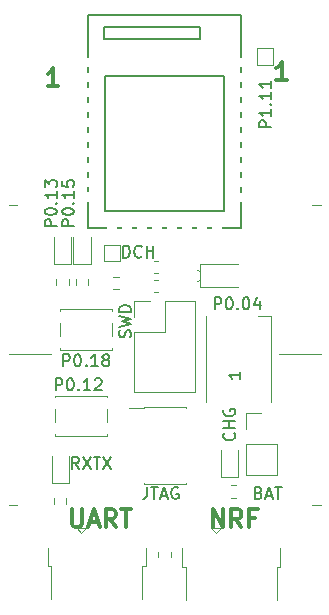
<source format=gto>
%TF.GenerationSoftware,KiCad,Pcbnew,5.1.10-88a1d61d58~88~ubuntu18.04.1*%
%TF.CreationDate,2021-05-30T13:33:07+03:00*%
%TF.ProjectId,ebyte-E73-2G4M08S1x-board,65627974-652d-4453-9733-2d3247344d30,rev?*%
%TF.SameCoordinates,Original*%
%TF.FileFunction,Legend,Top*%
%TF.FilePolarity,Positive*%
%FSLAX46Y46*%
G04 Gerber Fmt 4.6, Leading zero omitted, Abs format (unit mm)*
G04 Created by KiCad (PCBNEW 5.1.10-88a1d61d58~88~ubuntu18.04.1) date 2021-05-30 13:33:07*
%MOMM*%
%LPD*%
G01*
G04 APERTURE LIST*
%ADD10C,0.120000*%
%ADD11C,0.300000*%
%ADD12C,0.200000*%
%ADD13C,0.150000*%
%ADD14R,1.000000X1.500000*%
%ADD15R,2.400000X1.500000*%
%ADD16R,1.100000X0.600000*%
%ADD17R,1.050000X0.650000*%
%ADD18R,1.430000X2.500000*%
%ADD19O,1.350000X1.700000*%
%ADD20O,1.100000X1.500000*%
%ADD21R,0.400000X1.650000*%
%ADD22R,2.000000X1.500000*%
%ADD23R,1.825000X0.700000*%
%ADD24R,1.350000X2.000000*%
%ADD25O,1.700000X1.700000*%
%ADD26R,1.700000X1.700000*%
%ADD27R,1.000000X1.000000*%
%ADD28R,2.400000X0.740000*%
G04 APERTURE END LIST*
D10*
X162433000Y-110299500D02*
X161734500Y-110299500D01*
X162433000Y-97536000D02*
X158877000Y-97536000D01*
X161734500Y-84899500D02*
X162433000Y-84899500D01*
X136017000Y-110299500D02*
X136715500Y-110299500D01*
X136017000Y-97536000D02*
X139573000Y-97536000D01*
X136017000Y-84899500D02*
X136715500Y-84899500D01*
D11*
X159559571Y-74338571D02*
X158702428Y-74338571D01*
X159131000Y-74338571D02*
X159131000Y-72838571D01*
X158988142Y-73052857D01*
X158845285Y-73195714D01*
X158702428Y-73267142D01*
X140192071Y-74846571D02*
X139334928Y-74846571D01*
X139763500Y-74846571D02*
X139763500Y-73346571D01*
X139620642Y-73560857D01*
X139477785Y-73703714D01*
X139334928Y-73775142D01*
X153309071Y-112184571D02*
X153309071Y-110684571D01*
X154166214Y-112184571D01*
X154166214Y-110684571D01*
X155737642Y-112184571D02*
X155237642Y-111470285D01*
X154880500Y-112184571D02*
X154880500Y-110684571D01*
X155451928Y-110684571D01*
X155594785Y-110756000D01*
X155666214Y-110827428D01*
X155737642Y-110970285D01*
X155737642Y-111184571D01*
X155666214Y-111327428D01*
X155594785Y-111398857D01*
X155451928Y-111470285D01*
X154880500Y-111470285D01*
X156880500Y-111398857D02*
X156380500Y-111398857D01*
X156380500Y-112184571D02*
X156380500Y-110684571D01*
X157094785Y-110684571D01*
X141371142Y-110684571D02*
X141371142Y-111898857D01*
X141442571Y-112041714D01*
X141514000Y-112113142D01*
X141656857Y-112184571D01*
X141942571Y-112184571D01*
X142085428Y-112113142D01*
X142156857Y-112041714D01*
X142228285Y-111898857D01*
X142228285Y-110684571D01*
X142871142Y-111756000D02*
X143585428Y-111756000D01*
X142728285Y-112184571D02*
X143228285Y-110684571D01*
X143728285Y-112184571D01*
X145085428Y-112184571D02*
X144585428Y-111470285D01*
X144228285Y-112184571D02*
X144228285Y-110684571D01*
X144799714Y-110684571D01*
X144942571Y-110756000D01*
X145014000Y-110827428D01*
X145085428Y-110970285D01*
X145085428Y-111184571D01*
X145014000Y-111327428D01*
X144942571Y-111398857D01*
X144799714Y-111470285D01*
X144228285Y-111470285D01*
X145514000Y-110684571D02*
X146371142Y-110684571D01*
X145942571Y-112184571D02*
X145942571Y-110684571D01*
D12*
X157186404Y-109275571D02*
X157329261Y-109323190D01*
X157376880Y-109370809D01*
X157424500Y-109466047D01*
X157424500Y-109608904D01*
X157376880Y-109704142D01*
X157329261Y-109751761D01*
X157234023Y-109799380D01*
X156853071Y-109799380D01*
X156853071Y-108799380D01*
X157186404Y-108799380D01*
X157281642Y-108847000D01*
X157329261Y-108894619D01*
X157376880Y-108989857D01*
X157376880Y-109085095D01*
X157329261Y-109180333D01*
X157281642Y-109227952D01*
X157186404Y-109275571D01*
X156853071Y-109275571D01*
X157805452Y-109513666D02*
X158281642Y-109513666D01*
X157710214Y-109799380D02*
X158043547Y-108799380D01*
X158376880Y-109799380D01*
X158567357Y-108799380D02*
X159138785Y-108799380D01*
X158853071Y-109799380D02*
X158853071Y-108799380D01*
X155106642Y-104219285D02*
X155154261Y-104266904D01*
X155201880Y-104409761D01*
X155201880Y-104505000D01*
X155154261Y-104647857D01*
X155059023Y-104743095D01*
X154963785Y-104790714D01*
X154773309Y-104838333D01*
X154630452Y-104838333D01*
X154439976Y-104790714D01*
X154344738Y-104743095D01*
X154249500Y-104647857D01*
X154201880Y-104505000D01*
X154201880Y-104409761D01*
X154249500Y-104266904D01*
X154297119Y-104219285D01*
X155201880Y-103790714D02*
X154201880Y-103790714D01*
X154678071Y-103790714D02*
X154678071Y-103219285D01*
X155201880Y-103219285D02*
X154201880Y-103219285D01*
X154249500Y-102219285D02*
X154201880Y-102314523D01*
X154201880Y-102457380D01*
X154249500Y-102600238D01*
X154344738Y-102695476D01*
X154439976Y-102743095D01*
X154630452Y-102790714D01*
X154773309Y-102790714D01*
X154963785Y-102743095D01*
X155059023Y-102695476D01*
X155154261Y-102600238D01*
X155201880Y-102457380D01*
X155201880Y-102362142D01*
X155154261Y-102219285D01*
X155106642Y-102171666D01*
X154773309Y-102171666D01*
X154773309Y-102362142D01*
X147740833Y-108799380D02*
X147740833Y-109513666D01*
X147693214Y-109656523D01*
X147597976Y-109751761D01*
X147455119Y-109799380D01*
X147359880Y-109799380D01*
X148074166Y-108799380D02*
X148645595Y-108799380D01*
X148359880Y-109799380D02*
X148359880Y-108799380D01*
X148931309Y-109513666D02*
X149407500Y-109513666D01*
X148836071Y-109799380D02*
X149169404Y-108799380D01*
X149502738Y-109799380D01*
X150359880Y-108847000D02*
X150264642Y-108799380D01*
X150121785Y-108799380D01*
X149978928Y-108847000D01*
X149883690Y-108942238D01*
X149836071Y-109037476D01*
X149788452Y-109227952D01*
X149788452Y-109370809D01*
X149836071Y-109561285D01*
X149883690Y-109656523D01*
X149978928Y-109751761D01*
X150121785Y-109799380D01*
X150217023Y-109799380D01*
X150359880Y-109751761D01*
X150407500Y-109704142D01*
X150407500Y-109370809D01*
X150217023Y-109370809D01*
X146327761Y-96099142D02*
X146375380Y-95956285D01*
X146375380Y-95718190D01*
X146327761Y-95622952D01*
X146280142Y-95575333D01*
X146184904Y-95527714D01*
X146089666Y-95527714D01*
X145994428Y-95575333D01*
X145946809Y-95622952D01*
X145899190Y-95718190D01*
X145851571Y-95908666D01*
X145803952Y-96003904D01*
X145756333Y-96051523D01*
X145661095Y-96099142D01*
X145565857Y-96099142D01*
X145470619Y-96051523D01*
X145423000Y-96003904D01*
X145375380Y-95908666D01*
X145375380Y-95670571D01*
X145423000Y-95527714D01*
X145375380Y-95194380D02*
X146375380Y-94956285D01*
X145661095Y-94765809D01*
X146375380Y-94575333D01*
X145375380Y-94337238D01*
X146375380Y-93956285D02*
X145375380Y-93956285D01*
X145375380Y-93718190D01*
X145423000Y-93575333D01*
X145518238Y-93480095D01*
X145613476Y-93432476D01*
X145803952Y-93384857D01*
X145946809Y-93384857D01*
X146137285Y-93432476D01*
X146232523Y-93480095D01*
X146327761Y-93575333D01*
X146375380Y-93718190D01*
X146375380Y-93956285D01*
X141978190Y-107259380D02*
X141644857Y-106783190D01*
X141406761Y-107259380D02*
X141406761Y-106259380D01*
X141787714Y-106259380D01*
X141882952Y-106307000D01*
X141930571Y-106354619D01*
X141978190Y-106449857D01*
X141978190Y-106592714D01*
X141930571Y-106687952D01*
X141882952Y-106735571D01*
X141787714Y-106783190D01*
X141406761Y-106783190D01*
X142311523Y-106259380D02*
X142978190Y-107259380D01*
X142978190Y-106259380D02*
X142311523Y-107259380D01*
X143216285Y-106259380D02*
X143787714Y-106259380D01*
X143502000Y-107259380D02*
X143502000Y-106259380D01*
X144025809Y-106259380D02*
X144692476Y-107259380D01*
X144692476Y-106259380D02*
X144025809Y-107259380D01*
X153455928Y-93733880D02*
X153455928Y-92733880D01*
X153836880Y-92733880D01*
X153932119Y-92781500D01*
X153979738Y-92829119D01*
X154027357Y-92924357D01*
X154027357Y-93067214D01*
X153979738Y-93162452D01*
X153932119Y-93210071D01*
X153836880Y-93257690D01*
X153455928Y-93257690D01*
X154646404Y-92733880D02*
X154741642Y-92733880D01*
X154836880Y-92781500D01*
X154884500Y-92829119D01*
X154932119Y-92924357D01*
X154979738Y-93114833D01*
X154979738Y-93352928D01*
X154932119Y-93543404D01*
X154884500Y-93638642D01*
X154836880Y-93686261D01*
X154741642Y-93733880D01*
X154646404Y-93733880D01*
X154551166Y-93686261D01*
X154503547Y-93638642D01*
X154455928Y-93543404D01*
X154408309Y-93352928D01*
X154408309Y-93114833D01*
X154455928Y-92924357D01*
X154503547Y-92829119D01*
X154551166Y-92781500D01*
X154646404Y-92733880D01*
X155408309Y-93638642D02*
X155455928Y-93686261D01*
X155408309Y-93733880D01*
X155360690Y-93686261D01*
X155408309Y-93638642D01*
X155408309Y-93733880D01*
X156074976Y-92733880D02*
X156170214Y-92733880D01*
X156265452Y-92781500D01*
X156313071Y-92829119D01*
X156360690Y-92924357D01*
X156408309Y-93114833D01*
X156408309Y-93352928D01*
X156360690Y-93543404D01*
X156313071Y-93638642D01*
X156265452Y-93686261D01*
X156170214Y-93733880D01*
X156074976Y-93733880D01*
X155979738Y-93686261D01*
X155932119Y-93638642D01*
X155884500Y-93543404D01*
X155836880Y-93352928D01*
X155836880Y-93114833D01*
X155884500Y-92924357D01*
X155932119Y-92829119D01*
X155979738Y-92781500D01*
X156074976Y-92733880D01*
X157265452Y-93067214D02*
X157265452Y-93733880D01*
X157027357Y-92686261D02*
X156789261Y-93400547D01*
X157408309Y-93400547D01*
X141549380Y-86701071D02*
X140549380Y-86701071D01*
X140549380Y-86320119D01*
X140597000Y-86224880D01*
X140644619Y-86177261D01*
X140739857Y-86129642D01*
X140882714Y-86129642D01*
X140977952Y-86177261D01*
X141025571Y-86224880D01*
X141073190Y-86320119D01*
X141073190Y-86701071D01*
X140549380Y-85510595D02*
X140549380Y-85415357D01*
X140597000Y-85320119D01*
X140644619Y-85272500D01*
X140739857Y-85224880D01*
X140930333Y-85177261D01*
X141168428Y-85177261D01*
X141358904Y-85224880D01*
X141454142Y-85272500D01*
X141501761Y-85320119D01*
X141549380Y-85415357D01*
X141549380Y-85510595D01*
X141501761Y-85605833D01*
X141454142Y-85653452D01*
X141358904Y-85701071D01*
X141168428Y-85748690D01*
X140930333Y-85748690D01*
X140739857Y-85701071D01*
X140644619Y-85653452D01*
X140597000Y-85605833D01*
X140549380Y-85510595D01*
X141454142Y-84748690D02*
X141501761Y-84701071D01*
X141549380Y-84748690D01*
X141501761Y-84796309D01*
X141454142Y-84748690D01*
X141549380Y-84748690D01*
X141549380Y-83748690D02*
X141549380Y-84320119D01*
X141549380Y-84034404D02*
X140549380Y-84034404D01*
X140692238Y-84129642D01*
X140787476Y-84224880D01*
X140835095Y-84320119D01*
X140549380Y-82843928D02*
X140549380Y-83320119D01*
X141025571Y-83367738D01*
X140977952Y-83320119D01*
X140930333Y-83224880D01*
X140930333Y-82986785D01*
X140977952Y-82891547D01*
X141025571Y-82843928D01*
X141120809Y-82796309D01*
X141358904Y-82796309D01*
X141454142Y-82843928D01*
X141501761Y-82891547D01*
X141549380Y-82986785D01*
X141549380Y-83224880D01*
X141501761Y-83320119D01*
X141454142Y-83367738D01*
X140088880Y-86701071D02*
X139088880Y-86701071D01*
X139088880Y-86320119D01*
X139136500Y-86224880D01*
X139184119Y-86177261D01*
X139279357Y-86129642D01*
X139422214Y-86129642D01*
X139517452Y-86177261D01*
X139565071Y-86224880D01*
X139612690Y-86320119D01*
X139612690Y-86701071D01*
X139088880Y-85510595D02*
X139088880Y-85415357D01*
X139136500Y-85320119D01*
X139184119Y-85272500D01*
X139279357Y-85224880D01*
X139469833Y-85177261D01*
X139707928Y-85177261D01*
X139898404Y-85224880D01*
X139993642Y-85272500D01*
X140041261Y-85320119D01*
X140088880Y-85415357D01*
X140088880Y-85510595D01*
X140041261Y-85605833D01*
X139993642Y-85653452D01*
X139898404Y-85701071D01*
X139707928Y-85748690D01*
X139469833Y-85748690D01*
X139279357Y-85701071D01*
X139184119Y-85653452D01*
X139136500Y-85605833D01*
X139088880Y-85510595D01*
X139993642Y-84748690D02*
X140041261Y-84701071D01*
X140088880Y-84748690D01*
X140041261Y-84796309D01*
X139993642Y-84748690D01*
X140088880Y-84748690D01*
X140088880Y-83748690D02*
X140088880Y-84320119D01*
X140088880Y-84034404D02*
X139088880Y-84034404D01*
X139231738Y-84129642D01*
X139326976Y-84224880D01*
X139374595Y-84320119D01*
X139088880Y-83415357D02*
X139088880Y-82796309D01*
X139469833Y-83129642D01*
X139469833Y-82986785D01*
X139517452Y-82891547D01*
X139565071Y-82843928D01*
X139660309Y-82796309D01*
X139898404Y-82796309D01*
X139993642Y-82843928D01*
X140041261Y-82891547D01*
X140088880Y-82986785D01*
X140088880Y-83272500D01*
X140041261Y-83367738D01*
X139993642Y-83415357D01*
X139993928Y-100591880D02*
X139993928Y-99591880D01*
X140374880Y-99591880D01*
X140470119Y-99639500D01*
X140517738Y-99687119D01*
X140565357Y-99782357D01*
X140565357Y-99925214D01*
X140517738Y-100020452D01*
X140470119Y-100068071D01*
X140374880Y-100115690D01*
X139993928Y-100115690D01*
X141184404Y-99591880D02*
X141279642Y-99591880D01*
X141374880Y-99639500D01*
X141422500Y-99687119D01*
X141470119Y-99782357D01*
X141517738Y-99972833D01*
X141517738Y-100210928D01*
X141470119Y-100401404D01*
X141422500Y-100496642D01*
X141374880Y-100544261D01*
X141279642Y-100591880D01*
X141184404Y-100591880D01*
X141089166Y-100544261D01*
X141041547Y-100496642D01*
X140993928Y-100401404D01*
X140946309Y-100210928D01*
X140946309Y-99972833D01*
X140993928Y-99782357D01*
X141041547Y-99687119D01*
X141089166Y-99639500D01*
X141184404Y-99591880D01*
X141946309Y-100496642D02*
X141993928Y-100544261D01*
X141946309Y-100591880D01*
X141898690Y-100544261D01*
X141946309Y-100496642D01*
X141946309Y-100591880D01*
X142946309Y-100591880D02*
X142374880Y-100591880D01*
X142660595Y-100591880D02*
X142660595Y-99591880D01*
X142565357Y-99734738D01*
X142470119Y-99829976D01*
X142374880Y-99877595D01*
X143327261Y-99687119D02*
X143374880Y-99639500D01*
X143470119Y-99591880D01*
X143708214Y-99591880D01*
X143803452Y-99639500D01*
X143851071Y-99687119D01*
X143898690Y-99782357D01*
X143898690Y-99877595D01*
X143851071Y-100020452D01*
X143279642Y-100591880D01*
X143898690Y-100591880D01*
X140628928Y-98559880D02*
X140628928Y-97559880D01*
X141009880Y-97559880D01*
X141105119Y-97607500D01*
X141152738Y-97655119D01*
X141200357Y-97750357D01*
X141200357Y-97893214D01*
X141152738Y-97988452D01*
X141105119Y-98036071D01*
X141009880Y-98083690D01*
X140628928Y-98083690D01*
X141819404Y-97559880D02*
X141914642Y-97559880D01*
X142009880Y-97607500D01*
X142057500Y-97655119D01*
X142105119Y-97750357D01*
X142152738Y-97940833D01*
X142152738Y-98178928D01*
X142105119Y-98369404D01*
X142057500Y-98464642D01*
X142009880Y-98512261D01*
X141914642Y-98559880D01*
X141819404Y-98559880D01*
X141724166Y-98512261D01*
X141676547Y-98464642D01*
X141628928Y-98369404D01*
X141581309Y-98178928D01*
X141581309Y-97940833D01*
X141628928Y-97750357D01*
X141676547Y-97655119D01*
X141724166Y-97607500D01*
X141819404Y-97559880D01*
X142581309Y-98464642D02*
X142628928Y-98512261D01*
X142581309Y-98559880D01*
X142533690Y-98512261D01*
X142581309Y-98464642D01*
X142581309Y-98559880D01*
X143581309Y-98559880D02*
X143009880Y-98559880D01*
X143295595Y-98559880D02*
X143295595Y-97559880D01*
X143200357Y-97702738D01*
X143105119Y-97797976D01*
X143009880Y-97845595D01*
X144152738Y-97988452D02*
X144057500Y-97940833D01*
X144009880Y-97893214D01*
X143962261Y-97797976D01*
X143962261Y-97750357D01*
X144009880Y-97655119D01*
X144057500Y-97607500D01*
X144152738Y-97559880D01*
X144343214Y-97559880D01*
X144438452Y-97607500D01*
X144486071Y-97655119D01*
X144533690Y-97750357D01*
X144533690Y-97797976D01*
X144486071Y-97893214D01*
X144438452Y-97940833D01*
X144343214Y-97988452D01*
X144152738Y-97988452D01*
X144057500Y-98036071D01*
X144009880Y-98083690D01*
X143962261Y-98178928D01*
X143962261Y-98369404D01*
X144009880Y-98464642D01*
X144057500Y-98512261D01*
X144152738Y-98559880D01*
X144343214Y-98559880D01*
X144438452Y-98512261D01*
X144486071Y-98464642D01*
X144533690Y-98369404D01*
X144533690Y-98178928D01*
X144486071Y-98083690D01*
X144438452Y-98036071D01*
X144343214Y-97988452D01*
X145716785Y-89352380D02*
X145716785Y-88352380D01*
X145954880Y-88352380D01*
X146097738Y-88400000D01*
X146192976Y-88495238D01*
X146240595Y-88590476D01*
X146288214Y-88780952D01*
X146288214Y-88923809D01*
X146240595Y-89114285D01*
X146192976Y-89209523D01*
X146097738Y-89304761D01*
X145954880Y-89352380D01*
X145716785Y-89352380D01*
X147288214Y-89257142D02*
X147240595Y-89304761D01*
X147097738Y-89352380D01*
X147002500Y-89352380D01*
X146859642Y-89304761D01*
X146764404Y-89209523D01*
X146716785Y-89114285D01*
X146669166Y-88923809D01*
X146669166Y-88780952D01*
X146716785Y-88590476D01*
X146764404Y-88495238D01*
X146859642Y-88400000D01*
X147002500Y-88352380D01*
X147097738Y-88352380D01*
X147240595Y-88400000D01*
X147288214Y-88447619D01*
X147716785Y-89352380D02*
X147716785Y-88352380D01*
X147716785Y-88828571D02*
X148288214Y-88828571D01*
X148288214Y-89352380D02*
X148288214Y-88352380D01*
X158249880Y-78319071D02*
X157249880Y-78319071D01*
X157249880Y-77938119D01*
X157297500Y-77842880D01*
X157345119Y-77795261D01*
X157440357Y-77747642D01*
X157583214Y-77747642D01*
X157678452Y-77795261D01*
X157726071Y-77842880D01*
X157773690Y-77938119D01*
X157773690Y-78319071D01*
X158249880Y-76795261D02*
X158249880Y-77366690D01*
X158249880Y-77080976D02*
X157249880Y-77080976D01*
X157392738Y-77176214D01*
X157487976Y-77271452D01*
X157535595Y-77366690D01*
X158154642Y-76366690D02*
X158202261Y-76319071D01*
X158249880Y-76366690D01*
X158202261Y-76414309D01*
X158154642Y-76366690D01*
X158249880Y-76366690D01*
X158249880Y-75366690D02*
X158249880Y-75938119D01*
X158249880Y-75652404D02*
X157249880Y-75652404D01*
X157392738Y-75747642D01*
X157487976Y-75842880D01*
X157535595Y-75938119D01*
X158249880Y-74414309D02*
X158249880Y-74985738D01*
X158249880Y-74700023D02*
X157249880Y-74700023D01*
X157392738Y-74795261D01*
X157487976Y-74890500D01*
X157535595Y-74985738D01*
D10*
%TO.C,R8*%
X139876000Y-110219258D02*
X139876000Y-109744742D01*
X140921000Y-110219258D02*
X140921000Y-109744742D01*
%TO.C,D8*%
X139663500Y-106159500D02*
X139663500Y-108444500D01*
X139663500Y-108444500D02*
X141133500Y-108444500D01*
X141133500Y-108444500D02*
X141133500Y-106159500D01*
%TO.C,D7*%
X152761500Y-101567000D02*
X152761500Y-94267000D01*
X158261500Y-101567000D02*
X158261500Y-94267000D01*
X158261500Y-94267000D02*
X157111500Y-94267000D01*
%TO.C,R7*%
X142762500Y-91202742D02*
X142762500Y-91677258D01*
X141717500Y-91202742D02*
X141717500Y-91677258D01*
%TO.C,Y1*%
X155443500Y-91818500D02*
X152243500Y-91818500D01*
X152243500Y-91818500D02*
X152243500Y-89918500D01*
X152243500Y-89918500D02*
X155443500Y-89918500D01*
X152243500Y-91218500D02*
X151993500Y-91368500D01*
X151993500Y-91368500D02*
X151993500Y-91368500D01*
X152243500Y-90518500D02*
X151993500Y-90368500D01*
X151993500Y-90368500D02*
X151993500Y-90368500D01*
%TO.C,C7*%
X148654080Y-91247500D02*
X148372920Y-91247500D01*
X148654080Y-92267500D02*
X148372920Y-92267500D01*
%TO.C,SW2*%
X144757500Y-93860500D02*
X144757500Y-93740500D01*
X144757500Y-96010500D02*
X144757500Y-94870500D01*
X144757500Y-97140500D02*
X144757500Y-97020500D01*
X140357500Y-97140500D02*
X144757500Y-97140500D01*
X140357500Y-97020500D02*
X140357500Y-97140500D01*
X140357500Y-94870500D02*
X140357500Y-96010500D01*
X140357500Y-93740500D02*
X140357500Y-93860500D01*
X144757500Y-93740500D02*
X140357500Y-93740500D01*
%TO.C,R5*%
X145334758Y-92026000D02*
X144860242Y-92026000D01*
X145334758Y-90981000D02*
X144860242Y-90981000D01*
%TO.C,D6*%
X141505000Y-87592000D02*
X141505000Y-89877000D01*
X141505000Y-89877000D02*
X142975000Y-89877000D01*
X142975000Y-89877000D02*
X142975000Y-87592000D01*
D13*
%TO.C,U5*%
X149225000Y-86851000D02*
X155725000Y-86851000D01*
X155725000Y-86851000D02*
X155725000Y-68851000D01*
X155725000Y-68851000D02*
X142725000Y-68851000D01*
X142725000Y-68851000D02*
X142725000Y-86851000D01*
X142725000Y-86851000D02*
X149225000Y-86851000D01*
X152225000Y-70851000D02*
X152225000Y-69851000D01*
X152225000Y-69851000D02*
X144125000Y-69851000D01*
X144125000Y-69851000D02*
X144125000Y-70851000D01*
X144125000Y-70851000D02*
X152225000Y-70851000D01*
X154225000Y-85451000D02*
X144225000Y-85451000D01*
X144225000Y-85451000D02*
X144225000Y-73951000D01*
X144225000Y-73951000D02*
X154225000Y-73951000D01*
X154225000Y-73951000D02*
X154225000Y-85451000D01*
D10*
%TO.C,J1*%
X139335000Y-115505000D02*
X139335000Y-113955000D01*
X139335000Y-115505000D02*
X139635000Y-115505000D01*
X139635000Y-118305000D02*
X139635000Y-115505000D01*
X147635000Y-115505000D02*
X147635000Y-113955000D01*
X147335000Y-115505000D02*
X147635000Y-115505000D01*
X147335000Y-118305000D02*
X147335000Y-115505000D01*
X142585000Y-112255000D02*
X142185000Y-112705000D01*
X141785000Y-112255000D02*
X142585000Y-112255000D01*
X142185000Y-112705000D02*
X141785000Y-112255000D01*
%TO.C,J2*%
X150719000Y-115517000D02*
X150719000Y-113967000D01*
X150719000Y-115517000D02*
X151019000Y-115517000D01*
X151019000Y-118317000D02*
X151019000Y-115517000D01*
X159019000Y-115517000D02*
X159019000Y-113967000D01*
X158719000Y-115517000D02*
X159019000Y-115517000D01*
X158719000Y-118317000D02*
X158719000Y-115517000D01*
X153969000Y-112267000D02*
X153569000Y-112717000D01*
X153169000Y-112267000D02*
X153969000Y-112267000D01*
X153569000Y-112717000D02*
X153169000Y-112267000D01*
%TO.C,R6*%
X140066500Y-91202742D02*
X140066500Y-91677258D01*
X141111500Y-91202742D02*
X141111500Y-91677258D01*
%TO.C,D5*%
X139854000Y-87592000D02*
X139854000Y-89877000D01*
X139854000Y-89877000D02*
X141324000Y-89877000D01*
X141324000Y-89877000D02*
X141324000Y-87592000D01*
%TO.C,TP1*%
X144080000Y-89650800D02*
X144080000Y-88250800D01*
X145480000Y-89650800D02*
X144080000Y-89650800D01*
X145480000Y-88250800D02*
X145480000Y-89650800D01*
X144080000Y-88250800D02*
X145480000Y-88250800D01*
%TO.C,D4*%
X154014500Y-105626000D02*
X154014500Y-107911000D01*
X154014500Y-107911000D02*
X155484500Y-107911000D01*
X155484500Y-107911000D02*
X155484500Y-105626000D01*
%TO.C,J6*%
X147505000Y-102048000D02*
X151035000Y-102048000D01*
X147505000Y-108518000D02*
X151035000Y-108518000D01*
X146180000Y-102113000D02*
X147505000Y-102113000D01*
X147505000Y-102048000D02*
X147505000Y-102113000D01*
X151035000Y-102048000D02*
X151035000Y-102113000D01*
X147505000Y-108453000D02*
X147505000Y-108518000D01*
X151035000Y-108453000D02*
X151035000Y-108518000D01*
%TO.C,R4*%
X155304258Y-109679000D02*
X154829742Y-109679000D01*
X155304258Y-108634000D02*
X154829742Y-108634000D01*
%TO.C,R1*%
X149747500Y-114253742D02*
X149747500Y-114728258D01*
X148702500Y-114253742D02*
X148702500Y-114728258D01*
%TO.C,J7*%
X146625000Y-100771000D02*
X151825000Y-100771000D01*
X146625000Y-95631000D02*
X146625000Y-100771000D01*
X151825000Y-93031000D02*
X151825000Y-100771000D01*
X146625000Y-95631000D02*
X149225000Y-95631000D01*
X149225000Y-95631000D02*
X149225000Y-93031000D01*
X149225000Y-93031000D02*
X151825000Y-93031000D01*
X146625000Y-94361000D02*
X146625000Y-93031000D01*
X146625000Y-93031000D02*
X147955000Y-93031000D01*
%TO.C,J3*%
X156099200Y-107756000D02*
X158759200Y-107756000D01*
X156099200Y-105156000D02*
X156099200Y-107756000D01*
X158759200Y-105156000D02*
X158759200Y-107756000D01*
X156099200Y-105156000D02*
X158759200Y-105156000D01*
X156099200Y-103886000D02*
X156099200Y-102556000D01*
X156099200Y-102556000D02*
X157429200Y-102556000D01*
%TO.C,SW1*%
X144313000Y-101163000D02*
X144313000Y-101043000D01*
X144313000Y-103313000D02*
X144313000Y-102173000D01*
X144313000Y-104443000D02*
X144313000Y-104323000D01*
X139913000Y-104443000D02*
X144313000Y-104443000D01*
X139913000Y-104323000D02*
X139913000Y-104443000D01*
X139913000Y-102173000D02*
X139913000Y-103313000D01*
X139913000Y-101043000D02*
X139913000Y-101163000D01*
X144313000Y-101043000D02*
X139913000Y-101043000D01*
%TO.C,C8*%
X148654080Y-89660000D02*
X148372920Y-89660000D01*
X148654080Y-90680000D02*
X148372920Y-90680000D01*
%TO.C,TP2*%
X157034000Y-73026500D02*
X157034000Y-71626500D01*
X158434000Y-73026500D02*
X157034000Y-73026500D01*
X158434000Y-71626500D02*
X158434000Y-73026500D01*
X157034000Y-71626500D02*
X158434000Y-71626500D01*
%TO.C,D7*%
D13*
X155646380Y-99028285D02*
X155646380Y-99599714D01*
X155646380Y-99314000D02*
X154646380Y-99314000D01*
X154789238Y-99409238D01*
X154884476Y-99504476D01*
X154932095Y-99599714D01*
%TD*%
%LPC*%
%TO.C,R8*%
G36*
G01*
X140673500Y-109557000D02*
X140123500Y-109557000D01*
G75*
G02*
X139923500Y-109357000I0J200000D01*
G01*
X139923500Y-108957000D01*
G75*
G02*
X140123500Y-108757000I200000J0D01*
G01*
X140673500Y-108757000D01*
G75*
G02*
X140873500Y-108957000I0J-200000D01*
G01*
X140873500Y-109357000D01*
G75*
G02*
X140673500Y-109557000I-200000J0D01*
G01*
G37*
G36*
G01*
X140673500Y-111207000D02*
X140123500Y-111207000D01*
G75*
G02*
X139923500Y-111007000I0J200000D01*
G01*
X139923500Y-110607000D01*
G75*
G02*
X140123500Y-110407000I200000J0D01*
G01*
X140673500Y-110407000D01*
G75*
G02*
X140873500Y-110607000I0J-200000D01*
G01*
X140873500Y-111007000D01*
G75*
G02*
X140673500Y-111207000I-200000J0D01*
G01*
G37*
%TD*%
%TO.C,D8*%
G36*
G01*
X140654750Y-106609500D02*
X140142250Y-106609500D01*
G75*
G02*
X139923500Y-106390750I0J218750D01*
G01*
X139923500Y-105953250D01*
G75*
G02*
X140142250Y-105734500I218750J0D01*
G01*
X140654750Y-105734500D01*
G75*
G02*
X140873500Y-105953250I0J-218750D01*
G01*
X140873500Y-106390750D01*
G75*
G02*
X140654750Y-106609500I-218750J0D01*
G01*
G37*
G36*
G01*
X140654750Y-108184500D02*
X140142250Y-108184500D01*
G75*
G02*
X139923500Y-107965750I0J218750D01*
G01*
X139923500Y-107528250D01*
G75*
G02*
X140142250Y-107309500I218750J0D01*
G01*
X140654750Y-107309500D01*
G75*
G02*
X140873500Y-107528250I0J-218750D01*
G01*
X140873500Y-107965750D01*
G75*
G02*
X140654750Y-108184500I-218750J0D01*
G01*
G37*
%TD*%
D14*
%TO.C,D7*%
X153911500Y-100367000D03*
X157111500Y-100367000D03*
X153911500Y-95467000D03*
X157111500Y-95467000D03*
%TD*%
%TO.C,R7*%
G36*
G01*
X141965000Y-91865000D02*
X142515000Y-91865000D01*
G75*
G02*
X142715000Y-92065000I0J-200000D01*
G01*
X142715000Y-92465000D01*
G75*
G02*
X142515000Y-92665000I-200000J0D01*
G01*
X141965000Y-92665000D01*
G75*
G02*
X141765000Y-92465000I0J200000D01*
G01*
X141765000Y-92065000D01*
G75*
G02*
X141965000Y-91865000I200000J0D01*
G01*
G37*
G36*
G01*
X141965000Y-90215000D02*
X142515000Y-90215000D01*
G75*
G02*
X142715000Y-90415000I0J-200000D01*
G01*
X142715000Y-90815000D01*
G75*
G02*
X142515000Y-91015000I-200000J0D01*
G01*
X141965000Y-91015000D01*
G75*
G02*
X141765000Y-90815000I0J200000D01*
G01*
X141765000Y-90415000D01*
G75*
G02*
X141965000Y-90215000I200000J0D01*
G01*
G37*
%TD*%
D15*
%TO.C,Y1*%
X156843500Y-90868500D03*
D16*
X151243500Y-90368500D03*
X151243500Y-91368500D03*
%TD*%
%TO.C,C7*%
G36*
G01*
X148188500Y-91507500D02*
X148188500Y-92007500D01*
G75*
G02*
X147963500Y-92232500I-225000J0D01*
G01*
X147513500Y-92232500D01*
G75*
G02*
X147288500Y-92007500I0J225000D01*
G01*
X147288500Y-91507500D01*
G75*
G02*
X147513500Y-91282500I225000J0D01*
G01*
X147963500Y-91282500D01*
G75*
G02*
X148188500Y-91507500I0J-225000D01*
G01*
G37*
G36*
G01*
X149738500Y-91507500D02*
X149738500Y-92007500D01*
G75*
G02*
X149513500Y-92232500I-225000J0D01*
G01*
X149063500Y-92232500D01*
G75*
G02*
X148838500Y-92007500I0J225000D01*
G01*
X148838500Y-91507500D01*
G75*
G02*
X149063500Y-91282500I225000J0D01*
G01*
X149513500Y-91282500D01*
G75*
G02*
X149738500Y-91507500I0J-225000D01*
G01*
G37*
%TD*%
D17*
%TO.C,SW2*%
X144632500Y-96515500D03*
X140482500Y-96515500D03*
X144632500Y-94365500D03*
X140482500Y-94365500D03*
%TD*%
%TO.C,R5*%
G36*
G01*
X144672500Y-91228500D02*
X144672500Y-91778500D01*
G75*
G02*
X144472500Y-91978500I-200000J0D01*
G01*
X144072500Y-91978500D01*
G75*
G02*
X143872500Y-91778500I0J200000D01*
G01*
X143872500Y-91228500D01*
G75*
G02*
X144072500Y-91028500I200000J0D01*
G01*
X144472500Y-91028500D01*
G75*
G02*
X144672500Y-91228500I0J-200000D01*
G01*
G37*
G36*
G01*
X146322500Y-91228500D02*
X146322500Y-91778500D01*
G75*
G02*
X146122500Y-91978500I-200000J0D01*
G01*
X145722500Y-91978500D01*
G75*
G02*
X145522500Y-91778500I0J200000D01*
G01*
X145522500Y-91228500D01*
G75*
G02*
X145722500Y-91028500I200000J0D01*
G01*
X146122500Y-91028500D01*
G75*
G02*
X146322500Y-91228500I0J-200000D01*
G01*
G37*
%TD*%
%TO.C,D6*%
G36*
G01*
X142496250Y-88042000D02*
X141983750Y-88042000D01*
G75*
G02*
X141765000Y-87823250I0J218750D01*
G01*
X141765000Y-87385750D01*
G75*
G02*
X141983750Y-87167000I218750J0D01*
G01*
X142496250Y-87167000D01*
G75*
G02*
X142715000Y-87385750I0J-218750D01*
G01*
X142715000Y-87823250D01*
G75*
G02*
X142496250Y-88042000I-218750J0D01*
G01*
G37*
G36*
G01*
X142496250Y-89617000D02*
X141983750Y-89617000D01*
G75*
G02*
X141765000Y-89398250I0J218750D01*
G01*
X141765000Y-88960750D01*
G75*
G02*
X141983750Y-88742000I218750J0D01*
G01*
X142496250Y-88742000D01*
G75*
G02*
X142715000Y-88960750I0J-218750D01*
G01*
X142715000Y-89398250D01*
G75*
G02*
X142496250Y-89617000I-218750J0D01*
G01*
G37*
%TD*%
%TO.C,U5*%
G36*
G01*
X156725000Y-84051000D02*
X156725000Y-84451000D01*
G75*
G02*
X156525000Y-84651000I-200000J0D01*
G01*
X154925000Y-84651000D01*
G75*
G02*
X154725000Y-84451000I0J200000D01*
G01*
X154725000Y-84051000D01*
G75*
G02*
X154925000Y-83851000I200000J0D01*
G01*
X156525000Y-83851000D01*
G75*
G02*
X156725000Y-84051000I0J-200000D01*
G01*
G37*
G36*
G01*
X156725000Y-82781000D02*
X156725000Y-83181000D01*
G75*
G02*
X156525000Y-83381000I-200000J0D01*
G01*
X154925000Y-83381000D01*
G75*
G02*
X154725000Y-83181000I0J200000D01*
G01*
X154725000Y-82781000D01*
G75*
G02*
X154925000Y-82581000I200000J0D01*
G01*
X156525000Y-82581000D01*
G75*
G02*
X156725000Y-82781000I0J-200000D01*
G01*
G37*
G36*
G01*
X156725000Y-81511000D02*
X156725000Y-81911000D01*
G75*
G02*
X156525000Y-82111000I-200000J0D01*
G01*
X154925000Y-82111000D01*
G75*
G02*
X154725000Y-81911000I0J200000D01*
G01*
X154725000Y-81511000D01*
G75*
G02*
X154925000Y-81311000I200000J0D01*
G01*
X156525000Y-81311000D01*
G75*
G02*
X156725000Y-81511000I0J-200000D01*
G01*
G37*
G36*
G01*
X156725000Y-80241000D02*
X156725000Y-80641000D01*
G75*
G02*
X156525000Y-80841000I-200000J0D01*
G01*
X154925000Y-80841000D01*
G75*
G02*
X154725000Y-80641000I0J200000D01*
G01*
X154725000Y-80241000D01*
G75*
G02*
X154925000Y-80041000I200000J0D01*
G01*
X156525000Y-80041000D01*
G75*
G02*
X156725000Y-80241000I0J-200000D01*
G01*
G37*
G36*
G01*
X156725000Y-78971000D02*
X156725000Y-79371000D01*
G75*
G02*
X156525000Y-79571000I-200000J0D01*
G01*
X154925000Y-79571000D01*
G75*
G02*
X154725000Y-79371000I0J200000D01*
G01*
X154725000Y-78971000D01*
G75*
G02*
X154925000Y-78771000I200000J0D01*
G01*
X156525000Y-78771000D01*
G75*
G02*
X156725000Y-78971000I0J-200000D01*
G01*
G37*
G36*
G01*
X156725000Y-77701000D02*
X156725000Y-78101000D01*
G75*
G02*
X156525000Y-78301000I-200000J0D01*
G01*
X154925000Y-78301000D01*
G75*
G02*
X154725000Y-78101000I0J200000D01*
G01*
X154725000Y-77701000D01*
G75*
G02*
X154925000Y-77501000I200000J0D01*
G01*
X156525000Y-77501000D01*
G75*
G02*
X156725000Y-77701000I0J-200000D01*
G01*
G37*
G36*
G01*
X156725000Y-76431000D02*
X156725000Y-76831000D01*
G75*
G02*
X156525000Y-77031000I-200000J0D01*
G01*
X154925000Y-77031000D01*
G75*
G02*
X154725000Y-76831000I0J200000D01*
G01*
X154725000Y-76431000D01*
G75*
G02*
X154925000Y-76231000I200000J0D01*
G01*
X156525000Y-76231000D01*
G75*
G02*
X156725000Y-76431000I0J-200000D01*
G01*
G37*
G36*
G01*
X156725000Y-75161000D02*
X156725000Y-75561000D01*
G75*
G02*
X156525000Y-75761000I-200000J0D01*
G01*
X154925000Y-75761000D01*
G75*
G02*
X154725000Y-75561000I0J200000D01*
G01*
X154725000Y-75161000D01*
G75*
G02*
X154925000Y-74961000I200000J0D01*
G01*
X156525000Y-74961000D01*
G75*
G02*
X156725000Y-75161000I0J-200000D01*
G01*
G37*
G36*
G01*
X156725000Y-73891000D02*
X156725000Y-74291000D01*
G75*
G02*
X156525000Y-74491000I-200000J0D01*
G01*
X154925000Y-74491000D01*
G75*
G02*
X154725000Y-74291000I0J200000D01*
G01*
X154725000Y-73891000D01*
G75*
G02*
X154925000Y-73691000I200000J0D01*
G01*
X156525000Y-73691000D01*
G75*
G02*
X156725000Y-73891000I0J-200000D01*
G01*
G37*
G36*
G01*
X156725000Y-72621000D02*
X156725000Y-73021000D01*
G75*
G02*
X156525000Y-73221000I-200000J0D01*
G01*
X154925000Y-73221000D01*
G75*
G02*
X154725000Y-73021000I0J200000D01*
G01*
X154725000Y-72621000D01*
G75*
G02*
X154925000Y-72421000I200000J0D01*
G01*
X156525000Y-72421000D01*
G75*
G02*
X156725000Y-72621000I0J-200000D01*
G01*
G37*
G36*
G01*
X143731000Y-81511000D02*
X143731000Y-81911000D01*
G75*
G02*
X143531000Y-82111000I-200000J0D01*
G01*
X141931000Y-82111000D01*
G75*
G02*
X141731000Y-81911000I0J200000D01*
G01*
X141731000Y-81511000D01*
G75*
G02*
X141931000Y-81311000I200000J0D01*
G01*
X143531000Y-81311000D01*
G75*
G02*
X143731000Y-81511000I0J-200000D01*
G01*
G37*
G36*
G01*
X143735000Y-84041000D02*
X143735000Y-84441000D01*
G75*
G02*
X143535000Y-84641000I-200000J0D01*
G01*
X141935000Y-84641000D01*
G75*
G02*
X141735000Y-84441000I0J200000D01*
G01*
X141735000Y-84041000D01*
G75*
G02*
X141935000Y-83841000I200000J0D01*
G01*
X143535000Y-83841000D01*
G75*
G02*
X143735000Y-84041000I0J-200000D01*
G01*
G37*
G36*
G01*
X143731000Y-78971000D02*
X143731000Y-79371000D01*
G75*
G02*
X143531000Y-79571000I-200000J0D01*
G01*
X141931000Y-79571000D01*
G75*
G02*
X141731000Y-79371000I0J200000D01*
G01*
X141731000Y-78971000D01*
G75*
G02*
X141931000Y-78771000I200000J0D01*
G01*
X143531000Y-78771000D01*
G75*
G02*
X143731000Y-78971000I0J-200000D01*
G01*
G37*
G36*
G01*
X143731000Y-82781000D02*
X143731000Y-83181000D01*
G75*
G02*
X143531000Y-83381000I-200000J0D01*
G01*
X141931000Y-83381000D01*
G75*
G02*
X141731000Y-83181000I0J200000D01*
G01*
X141731000Y-82781000D01*
G75*
G02*
X141931000Y-82581000I200000J0D01*
G01*
X143531000Y-82581000D01*
G75*
G02*
X143731000Y-82781000I0J-200000D01*
G01*
G37*
G36*
G01*
X143731000Y-77701000D02*
X143731000Y-78101000D01*
G75*
G02*
X143531000Y-78301000I-200000J0D01*
G01*
X141931000Y-78301000D01*
G75*
G02*
X141731000Y-78101000I0J200000D01*
G01*
X141731000Y-77701000D01*
G75*
G02*
X141931000Y-77501000I200000J0D01*
G01*
X143531000Y-77501000D01*
G75*
G02*
X143731000Y-77701000I0J-200000D01*
G01*
G37*
G36*
G01*
X143731000Y-80241000D02*
X143731000Y-80641000D01*
G75*
G02*
X143531000Y-80841000I-200000J0D01*
G01*
X141931000Y-80841000D01*
G75*
G02*
X141731000Y-80641000I0J200000D01*
G01*
X141731000Y-80241000D01*
G75*
G02*
X141931000Y-80041000I200000J0D01*
G01*
X143531000Y-80041000D01*
G75*
G02*
X143731000Y-80241000I0J-200000D01*
G01*
G37*
G36*
G01*
X143731000Y-76431000D02*
X143731000Y-76831000D01*
G75*
G02*
X143531000Y-77031000I-200000J0D01*
G01*
X141931000Y-77031000D01*
G75*
G02*
X141731000Y-76831000I0J200000D01*
G01*
X141731000Y-76431000D01*
G75*
G02*
X141931000Y-76231000I200000J0D01*
G01*
X143531000Y-76231000D01*
G75*
G02*
X143731000Y-76431000I0J-200000D01*
G01*
G37*
G36*
G01*
X143731000Y-75161000D02*
X143731000Y-75561000D01*
G75*
G02*
X143531000Y-75761000I-200000J0D01*
G01*
X141931000Y-75761000D01*
G75*
G02*
X141731000Y-75561000I0J200000D01*
G01*
X141731000Y-75161000D01*
G75*
G02*
X141931000Y-74961000I200000J0D01*
G01*
X143531000Y-74961000D01*
G75*
G02*
X143731000Y-75161000I0J-200000D01*
G01*
G37*
G36*
G01*
X143731000Y-73891000D02*
X143731000Y-74291000D01*
G75*
G02*
X143531000Y-74491000I-200000J0D01*
G01*
X141931000Y-74491000D01*
G75*
G02*
X141731000Y-74291000I0J200000D01*
G01*
X141731000Y-73891000D01*
G75*
G02*
X141931000Y-73691000I200000J0D01*
G01*
X143531000Y-73691000D01*
G75*
G02*
X143731000Y-73891000I0J-200000D01*
G01*
G37*
G36*
G01*
X143731000Y-72621000D02*
X143731000Y-73021000D01*
G75*
G02*
X143531000Y-73221000I-200000J0D01*
G01*
X141931000Y-73221000D01*
G75*
G02*
X141731000Y-73021000I0J200000D01*
G01*
X141731000Y-72621000D01*
G75*
G02*
X141931000Y-72421000I200000J0D01*
G01*
X143531000Y-72421000D01*
G75*
G02*
X143731000Y-72621000I0J-200000D01*
G01*
G37*
G36*
G01*
X153465000Y-85841000D02*
X153865000Y-85841000D01*
G75*
G02*
X154065000Y-86041000I0J-200000D01*
G01*
X154065000Y-87641000D01*
G75*
G02*
X153865000Y-87841000I-200000J0D01*
G01*
X153465000Y-87841000D01*
G75*
G02*
X153265000Y-87641000I0J200000D01*
G01*
X153265000Y-86041000D01*
G75*
G02*
X153465000Y-85841000I200000J0D01*
G01*
G37*
G36*
G01*
X152195000Y-85841000D02*
X152595000Y-85841000D01*
G75*
G02*
X152795000Y-86041000I0J-200000D01*
G01*
X152795000Y-87641000D01*
G75*
G02*
X152595000Y-87841000I-200000J0D01*
G01*
X152195000Y-87841000D01*
G75*
G02*
X151995000Y-87641000I0J200000D01*
G01*
X151995000Y-86041000D01*
G75*
G02*
X152195000Y-85841000I200000J0D01*
G01*
G37*
G36*
G01*
X150925000Y-85841000D02*
X151325000Y-85841000D01*
G75*
G02*
X151525000Y-86041000I0J-200000D01*
G01*
X151525000Y-87641000D01*
G75*
G02*
X151325000Y-87841000I-200000J0D01*
G01*
X150925000Y-87841000D01*
G75*
G02*
X150725000Y-87641000I0J200000D01*
G01*
X150725000Y-86041000D01*
G75*
G02*
X150925000Y-85841000I200000J0D01*
G01*
G37*
G36*
G01*
X149655000Y-85841000D02*
X150055000Y-85841000D01*
G75*
G02*
X150255000Y-86041000I0J-200000D01*
G01*
X150255000Y-87641000D01*
G75*
G02*
X150055000Y-87841000I-200000J0D01*
G01*
X149655000Y-87841000D01*
G75*
G02*
X149455000Y-87641000I0J200000D01*
G01*
X149455000Y-86041000D01*
G75*
G02*
X149655000Y-85841000I200000J0D01*
G01*
G37*
G36*
G01*
X148385000Y-85841000D02*
X148785000Y-85841000D01*
G75*
G02*
X148985000Y-86041000I0J-200000D01*
G01*
X148985000Y-87641000D01*
G75*
G02*
X148785000Y-87841000I-200000J0D01*
G01*
X148385000Y-87841000D01*
G75*
G02*
X148185000Y-87641000I0J200000D01*
G01*
X148185000Y-86041000D01*
G75*
G02*
X148385000Y-85841000I200000J0D01*
G01*
G37*
G36*
G01*
X147115000Y-85841000D02*
X147515000Y-85841000D01*
G75*
G02*
X147715000Y-86041000I0J-200000D01*
G01*
X147715000Y-87641000D01*
G75*
G02*
X147515000Y-87841000I-200000J0D01*
G01*
X147115000Y-87841000D01*
G75*
G02*
X146915000Y-87641000I0J200000D01*
G01*
X146915000Y-86041000D01*
G75*
G02*
X147115000Y-85841000I200000J0D01*
G01*
G37*
G36*
G01*
X145845000Y-85841000D02*
X146245000Y-85841000D01*
G75*
G02*
X146445000Y-86041000I0J-200000D01*
G01*
X146445000Y-87641000D01*
G75*
G02*
X146245000Y-87841000I-200000J0D01*
G01*
X145845000Y-87841000D01*
G75*
G02*
X145645000Y-87641000I0J200000D01*
G01*
X145645000Y-86041000D01*
G75*
G02*
X145845000Y-85841000I200000J0D01*
G01*
G37*
G36*
G01*
X144575000Y-85841000D02*
X144975000Y-85841000D01*
G75*
G02*
X145175000Y-86041000I0J-200000D01*
G01*
X145175000Y-87641000D01*
G75*
G02*
X144975000Y-87841000I-200000J0D01*
G01*
X144575000Y-87841000D01*
G75*
G02*
X144375000Y-87641000I0J200000D01*
G01*
X144375000Y-86041000D01*
G75*
G02*
X144575000Y-85841000I200000J0D01*
G01*
G37*
G36*
G01*
X152835000Y-84351000D02*
X153235000Y-84351000D01*
G75*
G02*
X153435000Y-84551000I0J-200000D01*
G01*
X153435000Y-84951000D01*
G75*
G02*
X153235000Y-85151000I-200000J0D01*
G01*
X152835000Y-85151000D01*
G75*
G02*
X152635000Y-84951000I0J200000D01*
G01*
X152635000Y-84551000D01*
G75*
G02*
X152835000Y-84351000I200000J0D01*
G01*
G37*
G36*
G01*
X151565000Y-84351000D02*
X151965000Y-84351000D01*
G75*
G02*
X152165000Y-84551000I0J-200000D01*
G01*
X152165000Y-84951000D01*
G75*
G02*
X151965000Y-85151000I-200000J0D01*
G01*
X151565000Y-85151000D01*
G75*
G02*
X151365000Y-84951000I0J200000D01*
G01*
X151365000Y-84551000D01*
G75*
G02*
X151565000Y-84351000I200000J0D01*
G01*
G37*
G36*
G01*
X150295000Y-84351000D02*
X150695000Y-84351000D01*
G75*
G02*
X150895000Y-84551000I0J-200000D01*
G01*
X150895000Y-84951000D01*
G75*
G02*
X150695000Y-85151000I-200000J0D01*
G01*
X150295000Y-85151000D01*
G75*
G02*
X150095000Y-84951000I0J200000D01*
G01*
X150095000Y-84551000D01*
G75*
G02*
X150295000Y-84351000I200000J0D01*
G01*
G37*
G36*
G01*
X149025000Y-84351000D02*
X149425000Y-84351000D01*
G75*
G02*
X149625000Y-84551000I0J-200000D01*
G01*
X149625000Y-84951000D01*
G75*
G02*
X149425000Y-85151000I-200000J0D01*
G01*
X149025000Y-85151000D01*
G75*
G02*
X148825000Y-84951000I0J200000D01*
G01*
X148825000Y-84551000D01*
G75*
G02*
X149025000Y-84351000I200000J0D01*
G01*
G37*
G36*
G01*
X147755000Y-84351000D02*
X148155000Y-84351000D01*
G75*
G02*
X148355000Y-84551000I0J-200000D01*
G01*
X148355000Y-84951000D01*
G75*
G02*
X148155000Y-85151000I-200000J0D01*
G01*
X147755000Y-85151000D01*
G75*
G02*
X147555000Y-84951000I0J200000D01*
G01*
X147555000Y-84551000D01*
G75*
G02*
X147755000Y-84351000I200000J0D01*
G01*
G37*
G36*
G01*
X146485000Y-84351000D02*
X146885000Y-84351000D01*
G75*
G02*
X147085000Y-84551000I0J-200000D01*
G01*
X147085000Y-84951000D01*
G75*
G02*
X146885000Y-85151000I-200000J0D01*
G01*
X146485000Y-85151000D01*
G75*
G02*
X146285000Y-84951000I0J200000D01*
G01*
X146285000Y-84551000D01*
G75*
G02*
X146485000Y-84351000I200000J0D01*
G01*
G37*
G36*
G01*
X145215000Y-84351000D02*
X145615000Y-84351000D01*
G75*
G02*
X145815000Y-84551000I0J-200000D01*
G01*
X145815000Y-84951000D01*
G75*
G02*
X145615000Y-85151000I-200000J0D01*
G01*
X145215000Y-85151000D01*
G75*
G02*
X145015000Y-84951000I0J200000D01*
G01*
X145015000Y-84551000D01*
G75*
G02*
X145215000Y-84351000I200000J0D01*
G01*
G37*
G36*
G01*
X144645000Y-81961000D02*
X145045000Y-81961000D01*
G75*
G02*
X145245000Y-82161000I0J-200000D01*
G01*
X145245000Y-82561000D01*
G75*
G02*
X145045000Y-82761000I-200000J0D01*
G01*
X144645000Y-82761000D01*
G75*
G02*
X144445000Y-82561000I0J200000D01*
G01*
X144445000Y-82161000D01*
G75*
G02*
X144645000Y-81961000I200000J0D01*
G01*
G37*
G36*
G01*
X144645000Y-80691000D02*
X145045000Y-80691000D01*
G75*
G02*
X145245000Y-80891000I0J-200000D01*
G01*
X145245000Y-81291000D01*
G75*
G02*
X145045000Y-81491000I-200000J0D01*
G01*
X144645000Y-81491000D01*
G75*
G02*
X144445000Y-81291000I0J200000D01*
G01*
X144445000Y-80891000D01*
G75*
G02*
X144645000Y-80691000I200000J0D01*
G01*
G37*
G36*
G01*
X144645000Y-79421000D02*
X145045000Y-79421000D01*
G75*
G02*
X145245000Y-79621000I0J-200000D01*
G01*
X145245000Y-80021000D01*
G75*
G02*
X145045000Y-80221000I-200000J0D01*
G01*
X144645000Y-80221000D01*
G75*
G02*
X144445000Y-80021000I0J200000D01*
G01*
X144445000Y-79621000D01*
G75*
G02*
X144645000Y-79421000I200000J0D01*
G01*
G37*
G36*
G01*
X144645000Y-78151000D02*
X145045000Y-78151000D01*
G75*
G02*
X145245000Y-78351000I0J-200000D01*
G01*
X145245000Y-78751000D01*
G75*
G02*
X145045000Y-78951000I-200000J0D01*
G01*
X144645000Y-78951000D01*
G75*
G02*
X144445000Y-78751000I0J200000D01*
G01*
X144445000Y-78351000D01*
G75*
G02*
X144645000Y-78151000I200000J0D01*
G01*
G37*
G36*
G01*
X144645000Y-76881000D02*
X145045000Y-76881000D01*
G75*
G02*
X145245000Y-77081000I0J-200000D01*
G01*
X145245000Y-77481000D01*
G75*
G02*
X145045000Y-77681000I-200000J0D01*
G01*
X144645000Y-77681000D01*
G75*
G02*
X144445000Y-77481000I0J200000D01*
G01*
X144445000Y-77081000D01*
G75*
G02*
X144645000Y-76881000I200000J0D01*
G01*
G37*
G36*
G01*
X144645000Y-75611000D02*
X145045000Y-75611000D01*
G75*
G02*
X145245000Y-75811000I0J-200000D01*
G01*
X145245000Y-76211000D01*
G75*
G02*
X145045000Y-76411000I-200000J0D01*
G01*
X144645000Y-76411000D01*
G75*
G02*
X144445000Y-76211000I0J200000D01*
G01*
X144445000Y-75811000D01*
G75*
G02*
X144645000Y-75611000I200000J0D01*
G01*
G37*
G36*
G01*
X144645000Y-73071000D02*
X145045000Y-73071000D01*
G75*
G02*
X145245000Y-73271000I0J-200000D01*
G01*
X145245000Y-73671000D01*
G75*
G02*
X145045000Y-73871000I-200000J0D01*
G01*
X144645000Y-73871000D01*
G75*
G02*
X144445000Y-73671000I0J200000D01*
G01*
X144445000Y-73271000D01*
G75*
G02*
X144645000Y-73071000I200000J0D01*
G01*
G37*
G36*
G01*
X144645000Y-74341000D02*
X145045000Y-74341000D01*
G75*
G02*
X145245000Y-74541000I0J-200000D01*
G01*
X145245000Y-74941000D01*
G75*
G02*
X145045000Y-75141000I-200000J0D01*
G01*
X144645000Y-75141000D01*
G75*
G02*
X144445000Y-74941000I0J200000D01*
G01*
X144445000Y-74541000D01*
G75*
G02*
X144645000Y-74341000I200000J0D01*
G01*
G37*
%TD*%
D18*
%TO.C,J1*%
X144445000Y-116955000D03*
X142525000Y-116955000D03*
D19*
X146215000Y-116685000D03*
X140755000Y-116685000D03*
D20*
X145905000Y-113685000D03*
X141065000Y-113685000D03*
D21*
X144785000Y-113805000D03*
X144135000Y-113805000D03*
X143485000Y-113805000D03*
X142835000Y-113805000D03*
X142185000Y-113805000D03*
D22*
X146385000Y-113685000D03*
X140635000Y-113705000D03*
D23*
X146485000Y-115005000D03*
X140535000Y-115005000D03*
D24*
X140755000Y-115755000D03*
X146235000Y-115755000D03*
%TD*%
D18*
%TO.C,J2*%
X155829000Y-116967000D03*
X153909000Y-116967000D03*
D19*
X157599000Y-116697000D03*
X152139000Y-116697000D03*
D20*
X157289000Y-113697000D03*
X152449000Y-113697000D03*
D21*
X156169000Y-113817000D03*
X155519000Y-113817000D03*
X154869000Y-113817000D03*
X154219000Y-113817000D03*
X153569000Y-113817000D03*
D22*
X157769000Y-113697000D03*
X152019000Y-113717000D03*
D23*
X157869000Y-115017000D03*
X151919000Y-115017000D03*
D24*
X152139000Y-115767000D03*
X157619000Y-115767000D03*
%TD*%
D25*
%TO.C,J5*%
X160655000Y-116586000D03*
X160655000Y-114046000D03*
X160655000Y-111506000D03*
X160655000Y-108966000D03*
X160655000Y-106426000D03*
X160655000Y-103886000D03*
X160655000Y-101346000D03*
X160655000Y-98806000D03*
X160655000Y-96266000D03*
X160655000Y-93726000D03*
X160655000Y-91186000D03*
X160655000Y-88646000D03*
X160655000Y-86106000D03*
X160655000Y-83566000D03*
X160655000Y-81026000D03*
X160655000Y-78486000D03*
X160655000Y-75946000D03*
D26*
X160655000Y-73406000D03*
%TD*%
%TO.C,R6*%
G36*
G01*
X140314000Y-91865000D02*
X140864000Y-91865000D01*
G75*
G02*
X141064000Y-92065000I0J-200000D01*
G01*
X141064000Y-92465000D01*
G75*
G02*
X140864000Y-92665000I-200000J0D01*
G01*
X140314000Y-92665000D01*
G75*
G02*
X140114000Y-92465000I0J200000D01*
G01*
X140114000Y-92065000D01*
G75*
G02*
X140314000Y-91865000I200000J0D01*
G01*
G37*
G36*
G01*
X140314000Y-90215000D02*
X140864000Y-90215000D01*
G75*
G02*
X141064000Y-90415000I0J-200000D01*
G01*
X141064000Y-90815000D01*
G75*
G02*
X140864000Y-91015000I-200000J0D01*
G01*
X140314000Y-91015000D01*
G75*
G02*
X140114000Y-90815000I0J200000D01*
G01*
X140114000Y-90415000D01*
G75*
G02*
X140314000Y-90215000I200000J0D01*
G01*
G37*
%TD*%
%TO.C,D5*%
G36*
G01*
X140845250Y-88042000D02*
X140332750Y-88042000D01*
G75*
G02*
X140114000Y-87823250I0J218750D01*
G01*
X140114000Y-87385750D01*
G75*
G02*
X140332750Y-87167000I218750J0D01*
G01*
X140845250Y-87167000D01*
G75*
G02*
X141064000Y-87385750I0J-218750D01*
G01*
X141064000Y-87823250D01*
G75*
G02*
X140845250Y-88042000I-218750J0D01*
G01*
G37*
G36*
G01*
X140845250Y-89617000D02*
X140332750Y-89617000D01*
G75*
G02*
X140114000Y-89398250I0J218750D01*
G01*
X140114000Y-88960750D01*
G75*
G02*
X140332750Y-88742000I218750J0D01*
G01*
X140845250Y-88742000D01*
G75*
G02*
X141064000Y-88960750I0J-218750D01*
G01*
X141064000Y-89398250D01*
G75*
G02*
X140845250Y-89617000I-218750J0D01*
G01*
G37*
%TD*%
D25*
%TO.C,J4*%
X137795000Y-116586000D03*
X137795000Y-114046000D03*
X137795000Y-111506000D03*
X137795000Y-108966000D03*
X137795000Y-106426000D03*
X137795000Y-103886000D03*
X137795000Y-101346000D03*
X137795000Y-98806000D03*
X137795000Y-96266000D03*
X137795000Y-93726000D03*
X137795000Y-91186000D03*
X137795000Y-88646000D03*
X137795000Y-86106000D03*
X137795000Y-83566000D03*
X137795000Y-81026000D03*
X137795000Y-78486000D03*
X137795000Y-75946000D03*
D26*
X137795000Y-73406000D03*
%TD*%
D27*
%TO.C,TP1*%
X144780000Y-88950800D03*
%TD*%
%TO.C,D4*%
G36*
G01*
X155005750Y-106076000D02*
X154493250Y-106076000D01*
G75*
G02*
X154274500Y-105857250I0J218750D01*
G01*
X154274500Y-105419750D01*
G75*
G02*
X154493250Y-105201000I218750J0D01*
G01*
X155005750Y-105201000D01*
G75*
G02*
X155224500Y-105419750I0J-218750D01*
G01*
X155224500Y-105857250D01*
G75*
G02*
X155005750Y-106076000I-218750J0D01*
G01*
G37*
G36*
G01*
X155005750Y-107651000D02*
X154493250Y-107651000D01*
G75*
G02*
X154274500Y-107432250I0J218750D01*
G01*
X154274500Y-106994750D01*
G75*
G02*
X154493250Y-106776000I218750J0D01*
G01*
X155005750Y-106776000D01*
G75*
G02*
X155224500Y-106994750I0J-218750D01*
G01*
X155224500Y-107432250D01*
G75*
G02*
X155005750Y-107651000I-218750J0D01*
G01*
G37*
%TD*%
D28*
%TO.C,J6*%
X151220000Y-107823000D03*
X147320000Y-107823000D03*
X151220000Y-106553000D03*
X147320000Y-106553000D03*
X151220000Y-105283000D03*
X147320000Y-105283000D03*
X151220000Y-104013000D03*
X147320000Y-104013000D03*
X151220000Y-102743000D03*
X147320000Y-102743000D03*
%TD*%
%TO.C,R4*%
G36*
G01*
X154642000Y-108881500D02*
X154642000Y-109431500D01*
G75*
G02*
X154442000Y-109631500I-200000J0D01*
G01*
X154042000Y-109631500D01*
G75*
G02*
X153842000Y-109431500I0J200000D01*
G01*
X153842000Y-108881500D01*
G75*
G02*
X154042000Y-108681500I200000J0D01*
G01*
X154442000Y-108681500D01*
G75*
G02*
X154642000Y-108881500I0J-200000D01*
G01*
G37*
G36*
G01*
X156292000Y-108881500D02*
X156292000Y-109431500D01*
G75*
G02*
X156092000Y-109631500I-200000J0D01*
G01*
X155692000Y-109631500D01*
G75*
G02*
X155492000Y-109431500I0J200000D01*
G01*
X155492000Y-108881500D01*
G75*
G02*
X155692000Y-108681500I200000J0D01*
G01*
X156092000Y-108681500D01*
G75*
G02*
X156292000Y-108881500I0J-200000D01*
G01*
G37*
%TD*%
%TO.C,R1*%
G36*
G01*
X148950000Y-114916000D02*
X149500000Y-114916000D01*
G75*
G02*
X149700000Y-115116000I0J-200000D01*
G01*
X149700000Y-115516000D01*
G75*
G02*
X149500000Y-115716000I-200000J0D01*
G01*
X148950000Y-115716000D01*
G75*
G02*
X148750000Y-115516000I0J200000D01*
G01*
X148750000Y-115116000D01*
G75*
G02*
X148950000Y-114916000I200000J0D01*
G01*
G37*
G36*
G01*
X148950000Y-113266000D02*
X149500000Y-113266000D01*
G75*
G02*
X149700000Y-113466000I0J-200000D01*
G01*
X149700000Y-113866000D01*
G75*
G02*
X149500000Y-114066000I-200000J0D01*
G01*
X148950000Y-114066000D01*
G75*
G02*
X148750000Y-113866000I0J200000D01*
G01*
X148750000Y-113466000D01*
G75*
G02*
X148950000Y-113266000I200000J0D01*
G01*
G37*
%TD*%
D25*
%TO.C,J7*%
X150495000Y-99441000D03*
X147955000Y-99441000D03*
X150495000Y-96901000D03*
X147955000Y-96901000D03*
X150495000Y-94361000D03*
D26*
X147955000Y-94361000D03*
%TD*%
D25*
%TO.C,J3*%
X157429200Y-106426000D03*
D26*
X157429200Y-103886000D03*
%TD*%
D17*
%TO.C,SW1*%
X144188000Y-103818000D03*
X140038000Y-103818000D03*
X144188000Y-101668000D03*
X140038000Y-101668000D03*
%TD*%
%TO.C,C8*%
G36*
G01*
X148188500Y-89920000D02*
X148188500Y-90420000D01*
G75*
G02*
X147963500Y-90645000I-225000J0D01*
G01*
X147513500Y-90645000D01*
G75*
G02*
X147288500Y-90420000I0J225000D01*
G01*
X147288500Y-89920000D01*
G75*
G02*
X147513500Y-89695000I225000J0D01*
G01*
X147963500Y-89695000D01*
G75*
G02*
X148188500Y-89920000I0J-225000D01*
G01*
G37*
G36*
G01*
X149738500Y-89920000D02*
X149738500Y-90420000D01*
G75*
G02*
X149513500Y-90645000I-225000J0D01*
G01*
X149063500Y-90645000D01*
G75*
G02*
X148838500Y-90420000I0J225000D01*
G01*
X148838500Y-89920000D01*
G75*
G02*
X149063500Y-89695000I225000J0D01*
G01*
X149513500Y-89695000D01*
G75*
G02*
X149738500Y-89920000I0J-225000D01*
G01*
G37*
%TD*%
D27*
%TO.C,TP2*%
X157734000Y-72326500D03*
%TD*%
M02*

</source>
